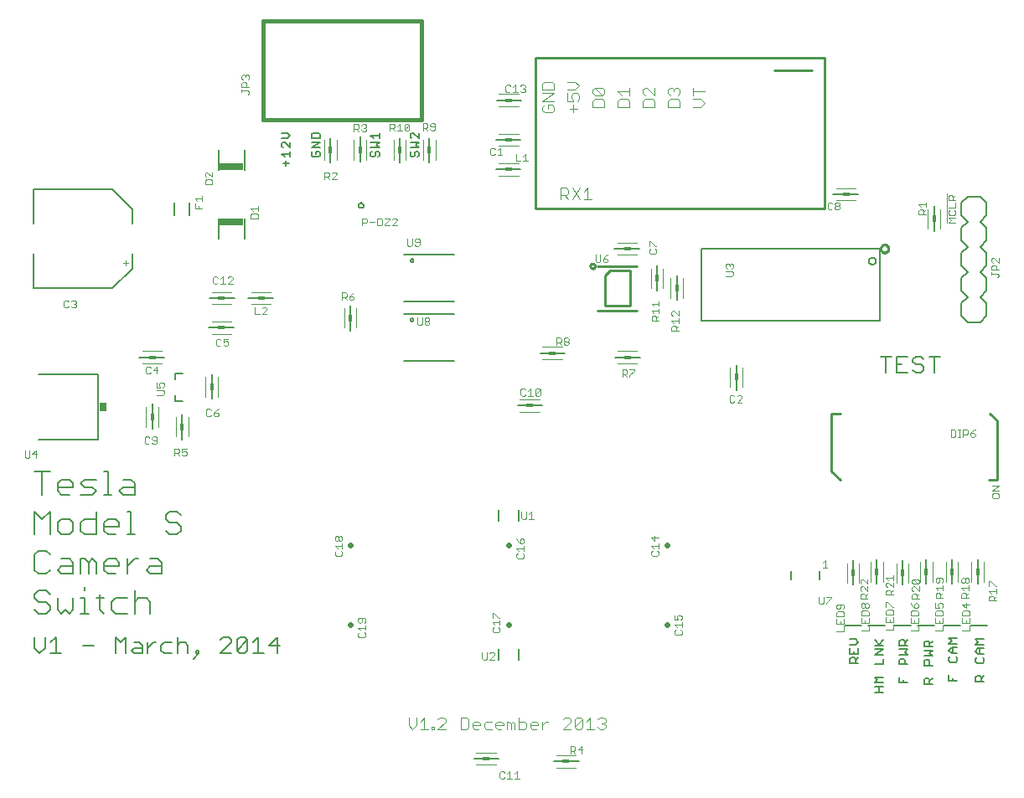
<source format=gto>
G75*
%MOIN*%
%OFA0B0*%
%FSLAX24Y24*%
%IPPOS*%
%LPD*%
%AMOC8*
5,1,8,0,0,1.08239X$1,22.5*
%
%ADD10C,0.0080*%
%ADD11C,0.0040*%
%ADD12C,0.0100*%
%ADD13C,0.0030*%
%ADD14C,0.0060*%
%ADD15C,0.0050*%
%ADD16C,0.0028*%
%ADD17R,0.0118X0.0276*%
%ADD18R,0.0276X0.0118*%
%ADD19R,0.0965X0.0266*%
%ADD20C,0.0160*%
%ADD21C,0.0220*%
%ADD22R,0.0300X0.0340*%
D10*
X003897Y009649D02*
X003743Y009802D01*
X003897Y009649D02*
X004204Y009649D01*
X004357Y009802D01*
X004357Y009956D01*
X004204Y010109D01*
X003897Y010109D01*
X003743Y010263D01*
X003743Y010416D01*
X003897Y010570D01*
X004204Y010570D01*
X004357Y010416D01*
X004664Y010263D02*
X004664Y009802D01*
X004818Y009649D01*
X004971Y009802D01*
X005124Y009649D01*
X005278Y009802D01*
X005278Y010263D01*
X005585Y010263D02*
X005738Y010263D01*
X005738Y009649D01*
X005585Y009649D02*
X005892Y009649D01*
X006352Y009802D02*
X006506Y009649D01*
X006352Y009802D02*
X006352Y010416D01*
X006199Y010263D02*
X006506Y010263D01*
X006813Y010109D02*
X006813Y009802D01*
X006966Y009649D01*
X007426Y009649D01*
X007733Y009649D02*
X007733Y010570D01*
X007887Y010263D02*
X008194Y010263D01*
X008347Y010109D01*
X008347Y009649D01*
X007733Y010109D02*
X007887Y010263D01*
X007426Y010263D02*
X006966Y010263D01*
X006813Y010109D01*
X005738Y010570D02*
X005738Y010723D01*
X005585Y011224D02*
X005585Y011837D01*
X005738Y011837D01*
X005892Y011684D01*
X006045Y011837D01*
X006199Y011684D01*
X006199Y011224D01*
X005892Y011224D02*
X005892Y011684D01*
X006506Y011684D02*
X006506Y011377D01*
X006659Y011224D01*
X006966Y011224D01*
X007120Y011531D02*
X006506Y011531D01*
X006506Y011684D02*
X006659Y011837D01*
X006966Y011837D01*
X007120Y011684D01*
X007120Y011531D01*
X007426Y011531D02*
X007733Y011837D01*
X007887Y011837D01*
X008347Y011837D02*
X008654Y011837D01*
X008808Y011684D01*
X008808Y011224D01*
X008347Y011224D01*
X008194Y011377D01*
X008347Y011531D01*
X008808Y011531D01*
X009115Y012798D02*
X008961Y012952D01*
X009115Y012798D02*
X009421Y012798D01*
X009575Y012952D01*
X009575Y013105D01*
X009421Y013259D01*
X009115Y013259D01*
X008961Y013412D01*
X008961Y013566D01*
X009115Y013719D01*
X009421Y013719D01*
X009575Y013566D01*
X007733Y012798D02*
X007426Y012798D01*
X007580Y012798D02*
X007580Y013719D01*
X007426Y013719D01*
X007120Y013259D02*
X006966Y013412D01*
X006659Y013412D01*
X006506Y013259D01*
X006506Y012952D01*
X006659Y012798D01*
X006966Y012798D01*
X007120Y013105D02*
X006506Y013105D01*
X006199Y012798D02*
X005738Y012798D01*
X005585Y012952D01*
X005585Y013259D01*
X005738Y013412D01*
X006199Y013412D01*
X006199Y013719D02*
X006199Y012798D01*
X005278Y012952D02*
X005278Y013259D01*
X005124Y013412D01*
X004818Y013412D01*
X004664Y013259D01*
X004664Y012952D01*
X004818Y012798D01*
X005124Y012798D01*
X005278Y012952D01*
X004357Y012798D02*
X004357Y013719D01*
X004050Y013412D01*
X003743Y013719D01*
X003743Y012798D01*
X003897Y012144D02*
X003743Y011991D01*
X003743Y011377D01*
X003897Y011224D01*
X004204Y011224D01*
X004357Y011377D01*
X004664Y011377D02*
X004818Y011531D01*
X005278Y011531D01*
X005278Y011684D02*
X005278Y011224D01*
X004818Y011224D01*
X004664Y011377D01*
X005124Y011837D02*
X005278Y011684D01*
X005124Y011837D02*
X004818Y011837D01*
X004357Y011991D02*
X004204Y012144D01*
X003897Y012144D01*
X004050Y014373D02*
X004050Y015294D01*
X003743Y015294D02*
X004357Y015294D01*
X004664Y014834D02*
X004818Y014987D01*
X005124Y014987D01*
X005278Y014834D01*
X005278Y014680D01*
X004664Y014680D01*
X004664Y014527D02*
X004664Y014834D01*
X004664Y014527D02*
X004818Y014373D01*
X005124Y014373D01*
X005585Y014373D02*
X006045Y014373D01*
X006199Y014527D01*
X006045Y014680D01*
X005738Y014680D01*
X005585Y014834D01*
X005738Y014987D01*
X006199Y014987D01*
X006506Y015294D02*
X006659Y015294D01*
X006659Y014373D01*
X006506Y014373D02*
X006813Y014373D01*
X007120Y014527D02*
X007273Y014680D01*
X007733Y014680D01*
X007733Y014834D02*
X007733Y014373D01*
X007273Y014373D01*
X007120Y014527D01*
X007273Y014987D02*
X007580Y014987D01*
X007733Y014834D01*
X007120Y013259D02*
X007120Y013105D01*
X007426Y011837D02*
X007426Y011224D01*
X006278Y016586D02*
X003918Y016587D01*
X006278Y016586D02*
X006278Y019167D01*
X003918Y019167D01*
X009333Y019215D02*
X009648Y019215D01*
X009333Y019215D02*
X009333Y018979D01*
X009333Y018349D02*
X009333Y018113D01*
X009648Y018113D01*
X011066Y024560D02*
X011066Y025371D01*
X012089Y025371D02*
X012089Y024560D01*
X009909Y025501D02*
X009909Y026001D01*
X009309Y026001D02*
X009309Y025501D01*
X011066Y027312D02*
X011066Y028123D01*
X012089Y028123D02*
X012089Y027312D01*
X018704Y023705D02*
X018706Y023720D01*
X018712Y023733D01*
X018721Y023745D01*
X018732Y023754D01*
X018746Y023760D01*
X018761Y023762D01*
X018776Y023760D01*
X018789Y023754D01*
X018801Y023745D01*
X018810Y023734D01*
X018816Y023720D01*
X018818Y023705D01*
X018816Y023690D01*
X018810Y023677D01*
X018801Y023665D01*
X018790Y023656D01*
X018776Y023650D01*
X018761Y023648D01*
X018746Y023650D01*
X018733Y023656D01*
X018721Y023665D01*
X018712Y023676D01*
X018706Y023690D01*
X018704Y023705D01*
X018704Y021342D02*
X018706Y021357D01*
X018712Y021370D01*
X018721Y021382D01*
X018732Y021391D01*
X018746Y021397D01*
X018761Y021399D01*
X018776Y021397D01*
X018789Y021391D01*
X018801Y021382D01*
X018810Y021371D01*
X018816Y021357D01*
X018818Y021342D01*
X018816Y021327D01*
X018810Y021314D01*
X018801Y021302D01*
X018790Y021293D01*
X018776Y021287D01*
X018761Y021285D01*
X018746Y021287D01*
X018733Y021293D01*
X018721Y021302D01*
X018712Y021313D01*
X018706Y021327D01*
X018704Y021342D01*
X030278Y021321D02*
X037365Y021321D01*
X037365Y024176D01*
X030278Y024176D01*
X030278Y021321D01*
X036930Y023684D02*
X036932Y023707D01*
X036938Y023729D01*
X036947Y023750D01*
X036959Y023769D01*
X036975Y023786D01*
X036993Y023800D01*
X037013Y023811D01*
X037035Y023819D01*
X037058Y023823D01*
X037080Y023823D01*
X037103Y023819D01*
X037125Y023811D01*
X037145Y023800D01*
X037163Y023786D01*
X037179Y023769D01*
X037191Y023750D01*
X037200Y023729D01*
X037206Y023707D01*
X037208Y023684D01*
X037206Y023661D01*
X037200Y023639D01*
X037191Y023618D01*
X037179Y023599D01*
X037163Y023582D01*
X037145Y023568D01*
X037125Y023557D01*
X037103Y023549D01*
X037080Y023545D01*
X037058Y023545D01*
X037035Y023549D01*
X037013Y023557D01*
X036993Y023568D01*
X036975Y023582D01*
X036959Y023599D01*
X036947Y023618D01*
X036938Y023639D01*
X036932Y023661D01*
X036930Y023684D01*
X037364Y023137D02*
X037364Y021328D01*
X040605Y021501D02*
X040605Y022001D01*
X040855Y022251D01*
X040605Y022501D01*
X040605Y023001D01*
X040855Y023251D01*
X040605Y023501D01*
X040605Y024001D01*
X040855Y024251D01*
X040605Y024501D01*
X040605Y025001D01*
X040855Y025251D01*
X040605Y025501D01*
X040605Y026001D01*
X040855Y026251D01*
X041355Y026251D01*
X041605Y026001D01*
X041605Y025501D01*
X041355Y025251D01*
X041605Y025001D01*
X041605Y024501D01*
X041355Y024251D01*
X041605Y024001D01*
X041605Y023501D01*
X041355Y023251D01*
X041605Y023001D01*
X041605Y022501D01*
X041355Y022251D01*
X041605Y022001D01*
X041605Y021501D01*
X041355Y021251D01*
X040855Y021251D01*
X040605Y021501D01*
X034972Y011353D02*
X034972Y011015D01*
X033852Y011015D02*
X033852Y011353D01*
D11*
X026458Y005432D02*
X026381Y005509D01*
X026227Y005509D01*
X026151Y005432D01*
X026304Y005278D02*
X026381Y005278D01*
X026458Y005202D01*
X026458Y005125D01*
X026381Y005048D01*
X026227Y005048D01*
X026151Y005125D01*
X025997Y005048D02*
X025690Y005048D01*
X025844Y005048D02*
X025844Y005509D01*
X025690Y005355D01*
X025537Y005432D02*
X025230Y005125D01*
X025307Y005048D01*
X025460Y005048D01*
X025537Y005125D01*
X025537Y005432D01*
X025460Y005509D01*
X025307Y005509D01*
X025230Y005432D01*
X025230Y005125D01*
X025076Y005048D02*
X024769Y005048D01*
X025076Y005355D01*
X025076Y005432D01*
X025000Y005509D01*
X024846Y005509D01*
X024769Y005432D01*
X024156Y005355D02*
X024079Y005355D01*
X023925Y005202D01*
X023925Y005355D02*
X023925Y005048D01*
X023772Y005202D02*
X023465Y005202D01*
X023465Y005278D02*
X023542Y005355D01*
X023695Y005355D01*
X023772Y005278D01*
X023772Y005202D01*
X023695Y005048D02*
X023542Y005048D01*
X023465Y005125D01*
X023465Y005278D01*
X023312Y005278D02*
X023235Y005355D01*
X023005Y005355D01*
X023005Y005509D02*
X023005Y005048D01*
X023235Y005048D01*
X023312Y005125D01*
X023312Y005278D01*
X022851Y005278D02*
X022851Y005048D01*
X022698Y005048D02*
X022698Y005278D01*
X022774Y005355D01*
X022851Y005278D01*
X022698Y005278D02*
X022621Y005355D01*
X022544Y005355D01*
X022544Y005048D01*
X022391Y005202D02*
X022084Y005202D01*
X022084Y005278D02*
X022161Y005355D01*
X022314Y005355D01*
X022391Y005278D01*
X022391Y005202D01*
X022314Y005048D02*
X022161Y005048D01*
X022084Y005125D01*
X022084Y005278D01*
X021930Y005355D02*
X021700Y005355D01*
X021623Y005278D01*
X021623Y005125D01*
X021700Y005048D01*
X021930Y005048D01*
X021470Y005202D02*
X021163Y005202D01*
X021163Y005278D02*
X021240Y005355D01*
X021393Y005355D01*
X021470Y005278D01*
X021470Y005202D01*
X021393Y005048D02*
X021240Y005048D01*
X021163Y005125D01*
X021163Y005278D01*
X021010Y005125D02*
X020933Y005048D01*
X020703Y005048D01*
X020703Y005509D01*
X020933Y005509D01*
X021010Y005432D01*
X021010Y005125D01*
X020089Y005048D02*
X019782Y005048D01*
X020089Y005355D01*
X020089Y005432D01*
X020012Y005509D01*
X019859Y005509D01*
X019782Y005432D01*
X019628Y005125D02*
X019628Y005048D01*
X019552Y005048D01*
X019552Y005125D01*
X019628Y005125D01*
X019398Y005048D02*
X019091Y005048D01*
X019245Y005048D02*
X019245Y005509D01*
X019091Y005355D01*
X018938Y005202D02*
X018938Y005509D01*
X018631Y005509D02*
X018631Y005202D01*
X018784Y005048D01*
X018938Y005202D01*
X026381Y005278D02*
X026458Y005355D01*
X026458Y005432D01*
X025902Y026139D02*
X025595Y026139D01*
X025442Y026139D02*
X025135Y026599D01*
X024981Y026522D02*
X024981Y026369D01*
X024905Y026292D01*
X024674Y026292D01*
X024674Y026139D02*
X024674Y026599D01*
X024905Y026599D01*
X024981Y026522D01*
X024828Y026292D02*
X024981Y026139D01*
X025135Y026139D02*
X025442Y026599D01*
X025595Y026446D02*
X025749Y026599D01*
X025749Y026139D01*
X025176Y029592D02*
X025176Y029899D01*
X025176Y030052D02*
X025099Y030206D01*
X025099Y030282D01*
X025176Y030359D01*
X025329Y030359D01*
X025406Y030282D01*
X025406Y030129D01*
X025329Y030052D01*
X025176Y030052D02*
X024945Y030052D01*
X024945Y030359D01*
X024945Y030513D02*
X025252Y030513D01*
X025406Y030666D01*
X025252Y030819D01*
X024945Y030819D01*
X024406Y030743D02*
X024329Y030819D01*
X024022Y030819D01*
X023945Y030743D01*
X023945Y030513D01*
X024406Y030513D01*
X024406Y030743D01*
X024406Y030359D02*
X023945Y030359D01*
X023945Y030052D02*
X024406Y030359D01*
X024406Y030052D02*
X023945Y030052D01*
X024022Y029899D02*
X023945Y029822D01*
X023945Y029669D01*
X024022Y029592D01*
X024329Y029592D01*
X024406Y029669D01*
X024406Y029822D01*
X024329Y029899D01*
X024176Y029899D01*
X024176Y029745D01*
X025022Y029745D02*
X025329Y029745D01*
X025945Y029822D02*
X025945Y030052D01*
X026022Y030129D01*
X026329Y030129D01*
X026406Y030052D01*
X026406Y029822D01*
X025945Y029822D01*
X026022Y030282D02*
X025945Y030359D01*
X025945Y030513D01*
X026022Y030589D01*
X026329Y030282D01*
X026406Y030359D01*
X026406Y030513D01*
X026329Y030589D01*
X026022Y030589D01*
X026022Y030282D02*
X026329Y030282D01*
X026945Y030436D02*
X027099Y030282D01*
X027022Y030129D02*
X026945Y030052D01*
X026945Y029822D01*
X027406Y029822D01*
X027406Y030052D01*
X027329Y030129D01*
X027022Y030129D01*
X026945Y030436D02*
X027406Y030436D01*
X027406Y030589D02*
X027406Y030282D01*
X027945Y030359D02*
X027945Y030513D01*
X028022Y030589D01*
X028099Y030589D01*
X028406Y030282D01*
X028406Y030589D01*
X028329Y030129D02*
X028022Y030129D01*
X027945Y030052D01*
X027945Y029822D01*
X028406Y029822D01*
X028406Y030052D01*
X028329Y030129D01*
X028022Y030282D02*
X027945Y030359D01*
X028945Y030359D02*
X028945Y030513D01*
X029022Y030589D01*
X029099Y030589D01*
X029176Y030513D01*
X029252Y030589D01*
X029329Y030589D01*
X029406Y030513D01*
X029406Y030359D01*
X029329Y030282D01*
X029329Y030129D02*
X029022Y030129D01*
X028945Y030052D01*
X028945Y029822D01*
X029406Y029822D01*
X029406Y030052D01*
X029329Y030129D01*
X029176Y030436D02*
X029176Y030513D01*
X029022Y030282D02*
X028945Y030359D01*
X029945Y030282D02*
X029945Y030589D01*
X029945Y030436D02*
X030406Y030436D01*
X030252Y030129D02*
X029945Y030129D01*
X029945Y029822D02*
X030252Y029822D01*
X030406Y029975D01*
X030252Y030129D01*
D12*
X033176Y031262D02*
X034676Y031262D01*
X035176Y031762D02*
X023676Y031762D01*
X023676Y025762D01*
X035176Y025762D01*
X035176Y031762D01*
X037405Y024176D02*
X037407Y024201D01*
X037413Y024225D01*
X037422Y024247D01*
X037435Y024268D01*
X037451Y024287D01*
X037470Y024303D01*
X037491Y024316D01*
X037513Y024325D01*
X037537Y024331D01*
X037562Y024333D01*
X037587Y024331D01*
X037611Y024325D01*
X037633Y024316D01*
X037654Y024303D01*
X037673Y024287D01*
X037689Y024268D01*
X037702Y024247D01*
X037711Y024225D01*
X037717Y024201D01*
X037719Y024176D01*
X037717Y024151D01*
X037711Y024127D01*
X037702Y024105D01*
X037689Y024084D01*
X037673Y024065D01*
X037654Y024049D01*
X037633Y024036D01*
X037611Y024027D01*
X037587Y024021D01*
X037562Y024019D01*
X037537Y024021D01*
X037513Y024027D01*
X037491Y024036D01*
X037470Y024049D01*
X037451Y024065D01*
X037435Y024084D01*
X037422Y024105D01*
X037413Y024127D01*
X037407Y024151D01*
X037405Y024176D01*
X035790Y017621D02*
X035451Y017621D01*
X035451Y015321D01*
X035790Y014983D01*
X041695Y014983D02*
X042034Y014983D01*
X042034Y017329D01*
X041743Y017621D01*
X027719Y021715D02*
X026144Y021715D01*
X026440Y021912D02*
X026440Y023093D01*
X026636Y023290D01*
X027424Y023290D01*
X027424Y021912D01*
X026440Y021912D01*
X026144Y023487D02*
X027719Y023487D01*
X025849Y023487D02*
X025851Y023506D01*
X025856Y023525D01*
X025866Y023541D01*
X025878Y023556D01*
X025893Y023568D01*
X025909Y023578D01*
X025928Y023583D01*
X025947Y023585D01*
X025966Y023583D01*
X025985Y023578D01*
X026001Y023568D01*
X026016Y023556D01*
X026028Y023541D01*
X026038Y023525D01*
X026043Y023506D01*
X026045Y023487D01*
X026043Y023468D01*
X026038Y023449D01*
X026028Y023433D01*
X026016Y023418D01*
X026001Y023406D01*
X025985Y023396D01*
X025966Y023391D01*
X025947Y023389D01*
X025928Y023391D01*
X025909Y023396D01*
X025893Y023406D01*
X025878Y023418D01*
X025866Y023433D01*
X025856Y023449D01*
X025851Y023468D01*
X025849Y023487D01*
D13*
X026061Y023688D02*
X026109Y023640D01*
X026206Y023640D01*
X026254Y023688D01*
X026254Y023930D01*
X026355Y023785D02*
X026501Y023785D01*
X026549Y023736D01*
X026549Y023688D01*
X026501Y023640D01*
X026404Y023640D01*
X026355Y023688D01*
X026355Y023785D01*
X026452Y023881D01*
X026549Y023930D01*
X026061Y023930D02*
X026061Y023688D01*
X028196Y024021D02*
X028245Y023972D01*
X028438Y023972D01*
X028487Y024021D01*
X028487Y024117D01*
X028438Y024166D01*
X028438Y024267D02*
X028487Y024267D01*
X028438Y024267D02*
X028245Y024460D01*
X028196Y024460D01*
X028196Y024267D01*
X028245Y024166D02*
X028196Y024117D01*
X028196Y024021D01*
X028580Y022084D02*
X028580Y021890D01*
X028580Y021987D02*
X028290Y021987D01*
X028387Y021890D01*
X028580Y021789D02*
X028580Y021596D01*
X028580Y021692D02*
X028290Y021692D01*
X028387Y021596D01*
X028435Y021494D02*
X028483Y021446D01*
X028483Y021301D01*
X028483Y021398D02*
X028580Y021494D01*
X028435Y021494D02*
X028338Y021494D01*
X028290Y021446D01*
X028290Y021301D01*
X028580Y021301D01*
X029077Y021299D02*
X029368Y021299D01*
X029368Y021395D02*
X029368Y021202D01*
X029368Y021101D02*
X029271Y021004D01*
X029271Y021052D02*
X029271Y020907D01*
X029368Y020907D02*
X029077Y020907D01*
X029077Y021052D01*
X029126Y021101D01*
X029222Y021101D01*
X029271Y021052D01*
X029174Y021202D02*
X029077Y021299D01*
X029126Y021496D02*
X029077Y021545D01*
X029077Y021642D01*
X029126Y021690D01*
X029174Y021690D01*
X029368Y021496D01*
X029368Y021690D01*
X031245Y023084D02*
X031486Y023084D01*
X031535Y023133D01*
X031535Y023230D01*
X031486Y023278D01*
X031245Y023278D01*
X031293Y023379D02*
X031245Y023427D01*
X031245Y023524D01*
X031293Y023573D01*
X031341Y023573D01*
X031390Y023524D01*
X031438Y023573D01*
X031486Y023573D01*
X031535Y023524D01*
X031535Y023427D01*
X031486Y023379D01*
X031390Y023476D02*
X031390Y023524D01*
X035291Y025779D02*
X035340Y025731D01*
X035436Y025731D01*
X035485Y025779D01*
X035586Y025779D02*
X035586Y025828D01*
X035634Y025876D01*
X035731Y025876D01*
X035779Y025828D01*
X035779Y025779D01*
X035731Y025731D01*
X035634Y025731D01*
X035586Y025779D01*
X035634Y025876D02*
X035586Y025925D01*
X035586Y025973D01*
X035634Y026021D01*
X035731Y026021D01*
X035779Y025973D01*
X035779Y025925D01*
X035731Y025876D01*
X035485Y025973D02*
X035436Y026021D01*
X035340Y026021D01*
X035291Y025973D01*
X035291Y025779D01*
X038920Y025678D02*
X038920Y025533D01*
X039210Y025533D01*
X039113Y025533D02*
X039113Y025678D01*
X039065Y025726D01*
X038968Y025726D01*
X038920Y025678D01*
X039017Y025827D02*
X038920Y025924D01*
X039210Y025924D01*
X039210Y025827D02*
X039210Y026021D01*
X039210Y025726D02*
X039113Y025629D01*
X040091Y025654D02*
X040091Y025557D01*
X040139Y025509D01*
X040333Y025509D01*
X040381Y025557D01*
X040381Y025654D01*
X040333Y025703D01*
X040381Y025804D02*
X040381Y025997D01*
X040381Y026098D02*
X040091Y026098D01*
X040091Y026243D01*
X040139Y026292D01*
X040236Y026292D01*
X040284Y026243D01*
X040284Y026098D01*
X040284Y026195D02*
X040381Y026292D01*
X040031Y026378D02*
X040031Y025199D01*
X040091Y025214D02*
X040188Y025311D01*
X040091Y025408D01*
X040381Y025408D01*
X040381Y025214D02*
X040091Y025214D01*
X040091Y025654D02*
X040139Y025703D01*
X040091Y025804D02*
X040381Y025804D01*
X041860Y023814D02*
X041812Y023765D01*
X041812Y023669D01*
X041860Y023620D01*
X041860Y023519D02*
X041957Y023519D01*
X042005Y023471D01*
X042005Y023325D01*
X042102Y023325D02*
X041812Y023325D01*
X041812Y023471D01*
X041860Y023519D01*
X042102Y023620D02*
X041909Y023814D01*
X041860Y023814D01*
X042102Y023814D02*
X042102Y023620D01*
X042054Y023176D02*
X041812Y023176D01*
X041812Y023128D02*
X041812Y023224D01*
X042054Y023176D02*
X042102Y023128D01*
X042102Y023079D01*
X042054Y023031D01*
X041168Y016972D02*
X041072Y016924D01*
X040975Y016827D01*
X041120Y016827D01*
X041168Y016779D01*
X041168Y016730D01*
X041120Y016682D01*
X041023Y016682D01*
X040975Y016730D01*
X040975Y016827D01*
X040874Y016827D02*
X040825Y016779D01*
X040680Y016779D01*
X040680Y016682D02*
X040680Y016972D01*
X040825Y016972D01*
X040874Y016924D01*
X040874Y016827D01*
X040580Y016972D02*
X040484Y016972D01*
X040532Y016972D02*
X040532Y016682D01*
X040484Y016682D02*
X040580Y016682D01*
X040383Y016730D02*
X040383Y016924D01*
X040334Y016972D01*
X040189Y016972D01*
X040189Y016682D01*
X040334Y016682D01*
X040383Y016730D01*
X041822Y014727D02*
X042113Y014727D01*
X041822Y014534D01*
X042113Y014534D01*
X042064Y014433D02*
X041871Y014433D01*
X041822Y014384D01*
X041822Y014288D01*
X041871Y014239D01*
X042064Y014239D01*
X042113Y014288D01*
X042113Y014384D01*
X042064Y014433D01*
X037911Y011178D02*
X037911Y010985D01*
X037911Y011081D02*
X037621Y011081D01*
X037717Y010985D01*
X037717Y010884D02*
X037669Y010884D01*
X037621Y010835D01*
X037621Y010738D01*
X037669Y010690D01*
X037669Y010589D02*
X037766Y010589D01*
X037814Y010540D01*
X037814Y010395D01*
X037911Y010395D02*
X037621Y010395D01*
X037621Y010540D01*
X037669Y010589D01*
X037814Y010492D02*
X037911Y010589D01*
X037911Y010690D02*
X037717Y010884D01*
X037911Y010884D02*
X037911Y010690D01*
X037667Y010098D02*
X037618Y010098D01*
X037618Y009905D01*
X037667Y009804D02*
X037618Y009755D01*
X037618Y009610D01*
X037908Y009610D01*
X037908Y009755D01*
X037860Y009804D01*
X037667Y009804D01*
X037860Y009905D02*
X037908Y009905D01*
X037860Y009905D02*
X037667Y010098D01*
X037618Y009509D02*
X037618Y009315D01*
X037908Y009315D01*
X037908Y009509D01*
X037763Y009412D02*
X037763Y009315D01*
X037908Y009214D02*
X037908Y009021D01*
X037618Y009021D01*
X036924Y008981D02*
X036924Y009175D01*
X036924Y009276D02*
X036924Y009470D01*
X036924Y009571D02*
X036924Y009716D01*
X036876Y009764D01*
X036682Y009764D01*
X036634Y009716D01*
X036634Y009571D01*
X036924Y009571D01*
X036779Y009373D02*
X036779Y009276D01*
X036634Y009276D02*
X036924Y009276D01*
X036634Y009276D02*
X036634Y009470D01*
X036682Y009865D02*
X036731Y009865D01*
X036779Y009914D01*
X036779Y010011D01*
X036827Y010059D01*
X036876Y010059D01*
X036924Y010011D01*
X036924Y009914D01*
X036876Y009865D01*
X036827Y009865D01*
X036779Y009914D01*
X036779Y010011D02*
X036731Y010059D01*
X036682Y010059D01*
X036634Y010011D01*
X036634Y009914D01*
X036682Y009865D01*
X036597Y010238D02*
X036597Y010383D01*
X036645Y010431D01*
X036742Y010431D01*
X036790Y010383D01*
X036790Y010238D01*
X036790Y010335D02*
X036887Y010431D01*
X036887Y010533D02*
X036694Y010726D01*
X036645Y010726D01*
X036597Y010678D01*
X036597Y010581D01*
X036645Y010533D01*
X036887Y010533D02*
X036887Y010726D01*
X036887Y010827D02*
X036694Y011021D01*
X036645Y011021D01*
X036597Y010972D01*
X036597Y010876D01*
X036645Y010827D01*
X036887Y010827D02*
X036887Y011021D01*
X036887Y010238D02*
X036597Y010238D01*
X035940Y009971D02*
X035892Y010020D01*
X035698Y010020D01*
X035650Y009971D01*
X035650Y009874D01*
X035698Y009826D01*
X035746Y009826D01*
X035795Y009874D01*
X035795Y010020D01*
X035940Y009971D02*
X035940Y009874D01*
X035892Y009826D01*
X035892Y009725D02*
X035698Y009725D01*
X035650Y009676D01*
X035650Y009531D01*
X035940Y009531D01*
X035940Y009676D01*
X035892Y009725D01*
X035940Y009430D02*
X035940Y009237D01*
X035650Y009237D01*
X035650Y009430D01*
X035795Y009333D02*
X035795Y009237D01*
X035940Y009136D02*
X035940Y008942D01*
X035650Y008942D01*
X036634Y008981D02*
X036924Y008981D01*
X038602Y008981D02*
X038893Y008981D01*
X038893Y009175D01*
X038893Y009276D02*
X038893Y009470D01*
X038893Y009571D02*
X038893Y009716D01*
X038844Y009764D01*
X038651Y009764D01*
X038602Y009716D01*
X038602Y009571D01*
X038893Y009571D01*
X038748Y009373D02*
X038748Y009276D01*
X038893Y009276D02*
X038602Y009276D01*
X038602Y009470D01*
X038748Y009865D02*
X038748Y010011D01*
X038796Y010059D01*
X038844Y010059D01*
X038893Y010011D01*
X038893Y009914D01*
X038844Y009865D01*
X038748Y009865D01*
X038651Y009962D01*
X038602Y010059D01*
X038644Y010238D02*
X038644Y010383D01*
X038693Y010431D01*
X038789Y010431D01*
X038838Y010383D01*
X038838Y010238D01*
X038934Y010238D02*
X038644Y010238D01*
X038838Y010335D02*
X038934Y010431D01*
X038934Y010533D02*
X038741Y010726D01*
X038693Y010726D01*
X038644Y010678D01*
X038644Y010581D01*
X038693Y010533D01*
X038934Y010533D02*
X038934Y010726D01*
X038886Y010827D02*
X038693Y011021D01*
X038886Y011021D01*
X038934Y010972D01*
X038934Y010876D01*
X038886Y010827D01*
X038693Y010827D01*
X038644Y010876D01*
X038644Y010972D01*
X038693Y011021D01*
X039589Y011012D02*
X039589Y010915D01*
X039637Y010867D01*
X039686Y010867D01*
X039734Y010915D01*
X039734Y011060D01*
X039637Y011060D02*
X039589Y011012D01*
X039637Y011060D02*
X039831Y011060D01*
X039879Y011012D01*
X039879Y010915D01*
X039831Y010867D01*
X039879Y010765D02*
X039879Y010572D01*
X039879Y010669D02*
X039589Y010669D01*
X039686Y010572D01*
X039734Y010471D02*
X039783Y010422D01*
X039783Y010277D01*
X039879Y010277D02*
X039589Y010277D01*
X039589Y010422D01*
X039637Y010471D01*
X039734Y010471D01*
X039783Y010374D02*
X039879Y010471D01*
X039829Y010059D02*
X039877Y010011D01*
X039877Y009914D01*
X039829Y009865D01*
X039732Y009865D02*
X039683Y009962D01*
X039683Y010011D01*
X039732Y010059D01*
X039829Y010059D01*
X039732Y009865D02*
X039587Y009865D01*
X039587Y010059D01*
X039635Y009764D02*
X039587Y009716D01*
X039587Y009571D01*
X039877Y009571D01*
X039877Y009716D01*
X039829Y009764D01*
X039635Y009764D01*
X039587Y009470D02*
X039587Y009276D01*
X039877Y009276D01*
X039877Y009470D01*
X039732Y009373D02*
X039732Y009276D01*
X039877Y009175D02*
X039877Y008981D01*
X039587Y008981D01*
X040650Y008981D02*
X040940Y008981D01*
X040940Y009175D01*
X040940Y009276D02*
X040940Y009470D01*
X040940Y009571D02*
X040940Y009716D01*
X040892Y009764D01*
X040698Y009764D01*
X040650Y009716D01*
X040650Y009571D01*
X040940Y009571D01*
X040795Y009373D02*
X040795Y009276D01*
X040650Y009276D02*
X040940Y009276D01*
X040650Y009276D02*
X040650Y009470D01*
X040795Y009865D02*
X040650Y010011D01*
X040940Y010011D01*
X040795Y010059D02*
X040795Y009865D01*
X040806Y010277D02*
X040806Y010422D01*
X040758Y010471D01*
X040661Y010471D01*
X040613Y010422D01*
X040613Y010277D01*
X040903Y010277D01*
X040806Y010374D02*
X040903Y010471D01*
X040903Y010572D02*
X040903Y010765D01*
X040903Y010669D02*
X040613Y010669D01*
X040709Y010572D01*
X040709Y010867D02*
X040661Y010867D01*
X040613Y010915D01*
X040613Y011012D01*
X040661Y011060D01*
X040709Y011060D01*
X040758Y011012D01*
X040758Y010915D01*
X040709Y010867D01*
X040758Y010915D02*
X040806Y010867D01*
X040855Y010867D01*
X040903Y010915D01*
X040903Y011012D01*
X040855Y011060D01*
X040806Y011060D01*
X040758Y011012D01*
X041715Y010942D02*
X041715Y010748D01*
X041715Y010942D02*
X041763Y010942D01*
X041957Y010748D01*
X042005Y010748D01*
X042005Y010647D02*
X042005Y010454D01*
X042005Y010551D02*
X041715Y010551D01*
X041812Y010454D01*
X041860Y010353D02*
X041909Y010304D01*
X041909Y010159D01*
X042005Y010159D02*
X041715Y010159D01*
X041715Y010304D01*
X041763Y010353D01*
X041860Y010353D01*
X041909Y010256D02*
X042005Y010353D01*
X035426Y010319D02*
X035426Y010270D01*
X035232Y010077D01*
X035232Y010029D01*
X035131Y010077D02*
X035131Y010319D01*
X035232Y010319D02*
X035426Y010319D01*
X035131Y010077D02*
X035083Y010029D01*
X034986Y010029D01*
X034938Y010077D01*
X034938Y010319D01*
X035091Y011469D02*
X035284Y011469D01*
X035188Y011469D02*
X035188Y011759D01*
X035091Y011663D01*
X029491Y009536D02*
X029491Y009439D01*
X029442Y009391D01*
X029346Y009391D02*
X029297Y009487D01*
X029297Y009536D01*
X029346Y009584D01*
X029442Y009584D01*
X029491Y009536D01*
X029346Y009391D02*
X029200Y009391D01*
X029200Y009584D01*
X029200Y009193D02*
X029491Y009193D01*
X029491Y009096D02*
X029491Y009290D01*
X029297Y009096D02*
X029200Y009193D01*
X029249Y008995D02*
X029200Y008947D01*
X029200Y008850D01*
X029249Y008801D01*
X029442Y008801D01*
X029491Y008850D01*
X029491Y008947D01*
X029442Y008995D01*
X028517Y011951D02*
X028565Y011999D01*
X028565Y012096D01*
X028517Y012144D01*
X028565Y012246D02*
X028565Y012439D01*
X028565Y012342D02*
X028275Y012342D01*
X028372Y012246D01*
X028324Y012144D02*
X028275Y012096D01*
X028275Y011999D01*
X028324Y011951D01*
X028517Y011951D01*
X028420Y012540D02*
X028420Y012734D01*
X028275Y012685D02*
X028420Y012540D01*
X028565Y012685D02*
X028275Y012685D01*
X023600Y013411D02*
X023407Y013411D01*
X023503Y013411D02*
X023503Y013701D01*
X023407Y013605D01*
X023306Y013701D02*
X023306Y013460D01*
X023257Y013411D01*
X023160Y013411D01*
X023112Y013460D01*
X023112Y013701D01*
X023109Y012629D02*
X023061Y012580D01*
X023061Y012435D01*
X023158Y012435D01*
X023206Y012483D01*
X023206Y012580D01*
X023158Y012629D01*
X023109Y012629D01*
X022964Y012532D02*
X023061Y012435D01*
X022964Y012532D02*
X022916Y012629D01*
X022916Y012237D02*
X023206Y012237D01*
X023206Y012140D02*
X023206Y012334D01*
X023012Y012140D02*
X022916Y012237D01*
X022964Y012039D02*
X022916Y011991D01*
X022916Y011894D01*
X022964Y011846D01*
X023158Y011846D01*
X023206Y011894D01*
X023206Y011991D01*
X023158Y012039D01*
X022005Y009683D02*
X022198Y009489D01*
X022247Y009489D01*
X022247Y009388D02*
X022247Y009194D01*
X022247Y009291D02*
X021956Y009291D01*
X022053Y009194D01*
X022005Y009093D02*
X021956Y009045D01*
X021956Y008948D01*
X022005Y008900D01*
X022198Y008900D01*
X022247Y008948D01*
X022247Y009045D01*
X022198Y009093D01*
X021956Y009489D02*
X021956Y009683D01*
X022005Y009683D01*
X021990Y008110D02*
X021893Y008110D01*
X021845Y008061D01*
X021744Y008110D02*
X021744Y007868D01*
X021695Y007820D01*
X021599Y007820D01*
X021550Y007868D01*
X021550Y008110D01*
X021845Y007820D02*
X022038Y008013D01*
X022038Y008061D01*
X021990Y008110D01*
X022038Y007820D02*
X021845Y007820D01*
X025060Y004373D02*
X025205Y004373D01*
X025254Y004324D01*
X025254Y004227D01*
X025205Y004179D01*
X025060Y004179D01*
X025060Y004082D02*
X025060Y004373D01*
X025157Y004179D02*
X025254Y004082D01*
X025355Y004227D02*
X025548Y004227D01*
X025500Y004082D02*
X025500Y004373D01*
X025355Y004227D01*
X022932Y003369D02*
X022932Y003078D01*
X022835Y003078D02*
X023029Y003078D01*
X022835Y003272D02*
X022932Y003369D01*
X022637Y003369D02*
X022637Y003078D01*
X022540Y003078D02*
X022734Y003078D01*
X022540Y003272D02*
X022637Y003369D01*
X022439Y003320D02*
X022391Y003369D01*
X022294Y003369D01*
X022246Y003320D01*
X022246Y003127D01*
X022294Y003078D01*
X022391Y003078D01*
X022439Y003127D01*
X016858Y008696D02*
X016907Y008745D01*
X016907Y008841D01*
X016858Y008890D01*
X016907Y008991D02*
X016907Y009184D01*
X016907Y009088D02*
X016616Y009088D01*
X016713Y008991D01*
X016665Y008890D02*
X016616Y008841D01*
X016616Y008745D01*
X016665Y008696D01*
X016858Y008696D01*
X016858Y009285D02*
X016907Y009334D01*
X016907Y009431D01*
X016858Y009479D01*
X016665Y009479D01*
X016616Y009431D01*
X016616Y009334D01*
X016665Y009285D01*
X016713Y009285D01*
X016762Y009334D01*
X016762Y009479D01*
X015938Y011951D02*
X015987Y011999D01*
X015987Y012096D01*
X015938Y012144D01*
X015987Y012246D02*
X015987Y012439D01*
X015987Y012342D02*
X015696Y012342D01*
X015793Y012246D01*
X015745Y012144D02*
X015696Y012096D01*
X015696Y011999D01*
X015745Y011951D01*
X015938Y011951D01*
X015938Y012540D02*
X015890Y012540D01*
X015842Y012589D01*
X015842Y012685D01*
X015890Y012734D01*
X015938Y012734D01*
X015987Y012685D01*
X015987Y012589D01*
X015938Y012540D01*
X015842Y012589D02*
X015793Y012540D01*
X015745Y012540D01*
X015696Y012589D01*
X015696Y012685D01*
X015745Y012734D01*
X015793Y012734D01*
X015842Y012685D01*
X011007Y017503D02*
X011055Y017551D01*
X011055Y017600D01*
X011007Y017648D01*
X010861Y017648D01*
X010861Y017551D01*
X010910Y017503D01*
X011007Y017503D01*
X010861Y017648D02*
X010958Y017745D01*
X011055Y017793D01*
X010760Y017745D02*
X010712Y017793D01*
X010615Y017793D01*
X010567Y017745D01*
X010567Y017551D01*
X010615Y017503D01*
X010712Y017503D01*
X010760Y017551D01*
X009795Y016218D02*
X009602Y016218D01*
X009602Y016073D01*
X009698Y016121D01*
X009747Y016121D01*
X009795Y016073D01*
X009795Y015976D01*
X009747Y015928D01*
X009650Y015928D01*
X009602Y015976D01*
X009500Y015928D02*
X009404Y016025D01*
X009452Y016025D02*
X009307Y016025D01*
X009307Y015928D02*
X009307Y016218D01*
X009452Y016218D01*
X009500Y016170D01*
X009500Y016073D01*
X009452Y016025D01*
X008614Y016449D02*
X008614Y016642D01*
X008566Y016691D01*
X008469Y016691D01*
X008420Y016642D01*
X008420Y016594D01*
X008469Y016546D01*
X008614Y016546D01*
X008614Y016449D02*
X008566Y016400D01*
X008469Y016400D01*
X008420Y016449D01*
X008319Y016449D02*
X008271Y016400D01*
X008174Y016400D01*
X008126Y016449D01*
X008126Y016642D01*
X008174Y016691D01*
X008271Y016691D01*
X008319Y016642D01*
X008604Y018354D02*
X008845Y018354D01*
X008894Y018402D01*
X008894Y018499D01*
X008845Y018547D01*
X008604Y018547D01*
X008604Y018649D02*
X008749Y018649D01*
X008700Y018745D01*
X008700Y018794D01*
X008749Y018842D01*
X008845Y018842D01*
X008894Y018794D01*
X008894Y018697D01*
X008845Y018649D01*
X008604Y018649D02*
X008604Y018842D01*
X008605Y019196D02*
X008605Y019486D01*
X008460Y019341D01*
X008653Y019341D01*
X008359Y019438D02*
X008310Y019486D01*
X008214Y019486D01*
X008165Y019438D01*
X008165Y019244D01*
X008214Y019196D01*
X008310Y019196D01*
X008359Y019244D01*
X010960Y020346D02*
X011009Y020298D01*
X011106Y020298D01*
X011154Y020346D01*
X011255Y020346D02*
X011303Y020298D01*
X011400Y020298D01*
X011449Y020346D01*
X011449Y020443D01*
X011400Y020492D01*
X011352Y020492D01*
X011255Y020443D01*
X011255Y020588D01*
X011449Y020588D01*
X011154Y020540D02*
X011106Y020588D01*
X011009Y020588D01*
X010960Y020540D01*
X010960Y020346D01*
X012496Y021558D02*
X012689Y021558D01*
X012791Y021558D02*
X012984Y021751D01*
X012984Y021800D01*
X012936Y021848D01*
X012839Y021848D01*
X012791Y021800D01*
X012791Y021558D02*
X012984Y021558D01*
X012496Y021558D02*
X012496Y021848D01*
X011625Y022778D02*
X011432Y022778D01*
X011625Y022972D01*
X011625Y023020D01*
X011577Y023069D01*
X011480Y023069D01*
X011432Y023020D01*
X011234Y023069D02*
X011234Y022778D01*
X011330Y022778D02*
X011137Y022778D01*
X011036Y022827D02*
X010987Y022778D01*
X010891Y022778D01*
X010842Y022827D01*
X010842Y023020D01*
X010891Y023069D01*
X010987Y023069D01*
X011036Y023020D01*
X011137Y022972D02*
X011234Y023069D01*
X012342Y025389D02*
X012342Y025534D01*
X012390Y025582D01*
X012584Y025582D01*
X012632Y025534D01*
X012632Y025389D01*
X012342Y025389D01*
X012439Y025683D02*
X012342Y025780D01*
X012632Y025780D01*
X012632Y025683D02*
X012632Y025877D01*
X010812Y026734D02*
X010812Y026879D01*
X010764Y026928D01*
X010570Y026928D01*
X010522Y026879D01*
X010522Y026734D01*
X010812Y026734D01*
X010812Y027029D02*
X010619Y027222D01*
X010570Y027222D01*
X010522Y027174D01*
X010522Y027077D01*
X010570Y027029D01*
X010812Y027029D02*
X010812Y027222D01*
X010414Y026264D02*
X010414Y026071D01*
X010414Y026168D02*
X010124Y026168D01*
X010220Y026071D01*
X010124Y025970D02*
X010124Y025776D01*
X010414Y025776D01*
X010269Y025776D02*
X010269Y025873D01*
X007382Y023695D02*
X007382Y023502D01*
X007285Y023599D02*
X007479Y023599D01*
X005388Y022070D02*
X005388Y022022D01*
X005339Y021974D01*
X005388Y021925D01*
X005388Y021877D01*
X005339Y021829D01*
X005242Y021829D01*
X005194Y021877D01*
X005093Y021877D02*
X005045Y021829D01*
X004948Y021829D01*
X004899Y021877D01*
X004899Y022070D01*
X004948Y022119D01*
X005045Y022119D01*
X005093Y022070D01*
X005194Y022070D02*
X005242Y022119D01*
X005339Y022119D01*
X005388Y022070D01*
X005339Y021974D02*
X005291Y021974D01*
X003796Y016138D02*
X003651Y015993D01*
X003844Y015993D01*
X003796Y015848D02*
X003796Y016138D01*
X003550Y016138D02*
X003550Y015897D01*
X003501Y015848D01*
X003405Y015848D01*
X003356Y015897D01*
X003356Y016138D01*
X015966Y022134D02*
X015966Y022424D01*
X016111Y022424D01*
X016159Y022375D01*
X016159Y022279D01*
X016111Y022230D01*
X015966Y022230D01*
X016062Y022230D02*
X016159Y022134D01*
X016260Y022182D02*
X016309Y022134D01*
X016405Y022134D01*
X016454Y022182D01*
X016454Y022230D01*
X016405Y022279D01*
X016260Y022279D01*
X016260Y022182D01*
X016260Y022279D02*
X016357Y022375D01*
X016454Y022424D01*
X018573Y024333D02*
X018621Y024284D01*
X018718Y024284D01*
X018766Y024333D01*
X018766Y024575D01*
X018867Y024526D02*
X018867Y024478D01*
X018916Y024430D01*
X019061Y024430D01*
X019061Y024526D02*
X019012Y024575D01*
X018916Y024575D01*
X018867Y024526D01*
X018867Y024333D02*
X018916Y024284D01*
X019012Y024284D01*
X019061Y024333D01*
X019061Y024526D01*
X018573Y024575D02*
X018573Y024333D01*
X018159Y025098D02*
X017966Y025098D01*
X018159Y025292D01*
X018159Y025340D01*
X018111Y025388D01*
X018014Y025388D01*
X017966Y025340D01*
X017865Y025340D02*
X017671Y025147D01*
X017671Y025098D01*
X017865Y025098D01*
X017865Y025340D02*
X017865Y025388D01*
X017671Y025388D01*
X017570Y025340D02*
X017522Y025388D01*
X017377Y025388D01*
X017377Y025098D01*
X017522Y025098D01*
X017570Y025147D01*
X017570Y025340D01*
X017275Y025243D02*
X017082Y025243D01*
X016981Y025243D02*
X016981Y025340D01*
X016932Y025388D01*
X016787Y025388D01*
X016787Y025098D01*
X016787Y025195D02*
X016932Y025195D01*
X016981Y025243D01*
X015760Y026932D02*
X015566Y026932D01*
X015760Y027125D01*
X015760Y027174D01*
X015711Y027222D01*
X015614Y027222D01*
X015566Y027174D01*
X015465Y027174D02*
X015465Y027077D01*
X015417Y027029D01*
X015271Y027029D01*
X015271Y026932D02*
X015271Y027222D01*
X015417Y027222D01*
X015465Y027174D01*
X015368Y027029D02*
X015465Y026932D01*
X016453Y028841D02*
X016453Y029132D01*
X016598Y029132D01*
X016646Y029083D01*
X016646Y028986D01*
X016598Y028938D01*
X016453Y028938D01*
X016549Y028938D02*
X016646Y028841D01*
X016747Y028890D02*
X016796Y028841D01*
X016892Y028841D01*
X016941Y028890D01*
X016941Y028938D01*
X016892Y028986D01*
X016844Y028986D01*
X016892Y028986D02*
X016941Y029035D01*
X016941Y029083D01*
X016892Y029132D01*
X016796Y029132D01*
X016747Y029083D01*
X017870Y029151D02*
X017870Y028861D01*
X017870Y028958D02*
X018015Y028958D01*
X018063Y029006D01*
X018063Y029103D01*
X018015Y029151D01*
X017870Y029151D01*
X017967Y028958D02*
X018063Y028861D01*
X018165Y028861D02*
X018358Y028861D01*
X018261Y028861D02*
X018261Y029151D01*
X018165Y029055D01*
X018459Y029103D02*
X018459Y028909D01*
X018653Y029103D01*
X018653Y028909D01*
X018604Y028861D01*
X018508Y028861D01*
X018459Y028909D01*
X018459Y029103D02*
X018508Y029151D01*
X018604Y029151D01*
X018653Y029103D01*
X019189Y029171D02*
X019189Y028881D01*
X019189Y028977D02*
X019334Y028977D01*
X019382Y029026D01*
X019382Y029123D01*
X019334Y029171D01*
X019189Y029171D01*
X019286Y028977D02*
X019382Y028881D01*
X019483Y028929D02*
X019532Y028881D01*
X019629Y028881D01*
X019677Y028929D01*
X019677Y029123D01*
X019629Y029171D01*
X019532Y029171D01*
X019483Y029123D01*
X019483Y029074D01*
X019532Y029026D01*
X019677Y029026D01*
X021866Y028138D02*
X021866Y027945D01*
X021914Y027896D01*
X022011Y027896D01*
X022059Y027945D01*
X022161Y027896D02*
X022354Y027896D01*
X022257Y027896D02*
X022257Y028187D01*
X022161Y028090D01*
X022059Y028138D02*
X022011Y028187D01*
X021914Y028187D01*
X021866Y028138D01*
X022890Y027950D02*
X022890Y027660D01*
X023083Y027660D01*
X023184Y027660D02*
X023378Y027660D01*
X023281Y027660D02*
X023281Y027950D01*
X023184Y027854D01*
X023216Y030401D02*
X023120Y030401D01*
X023071Y030450D01*
X022970Y030401D02*
X022777Y030401D01*
X022873Y030401D02*
X022873Y030692D01*
X022777Y030595D01*
X022675Y030643D02*
X022627Y030692D01*
X022530Y030692D01*
X022482Y030643D01*
X022482Y030450D01*
X022530Y030401D01*
X022627Y030401D01*
X022675Y030450D01*
X023071Y030643D02*
X023120Y030692D01*
X023216Y030692D01*
X023265Y030643D01*
X023265Y030595D01*
X023216Y030546D01*
X023265Y030498D01*
X023265Y030450D01*
X023216Y030401D01*
X023216Y030546D02*
X023168Y030546D01*
X012276Y030609D02*
X011986Y030609D01*
X011986Y030754D01*
X012034Y030803D01*
X012131Y030803D01*
X012179Y030754D01*
X012179Y030609D01*
X012228Y030460D02*
X011986Y030460D01*
X011986Y030508D02*
X011986Y030411D01*
X012228Y030460D02*
X012276Y030411D01*
X012276Y030363D01*
X012228Y030315D01*
X012228Y030904D02*
X012276Y030952D01*
X012276Y031049D01*
X012228Y031097D01*
X012179Y031097D01*
X012131Y031049D01*
X012131Y031001D01*
X012131Y031049D02*
X012083Y031097D01*
X012034Y031097D01*
X011986Y031049D01*
X011986Y030952D01*
X012034Y030904D01*
X018966Y021425D02*
X018966Y021183D01*
X019015Y021135D01*
X019111Y021135D01*
X019160Y021183D01*
X019160Y021425D01*
X019261Y021377D02*
X019261Y021328D01*
X019309Y021280D01*
X019406Y021280D01*
X019454Y021232D01*
X019454Y021183D01*
X019406Y021135D01*
X019309Y021135D01*
X019261Y021183D01*
X019261Y021232D01*
X019309Y021280D01*
X019406Y021280D02*
X019454Y021328D01*
X019454Y021377D01*
X019406Y021425D01*
X019309Y021425D01*
X019261Y021377D01*
X023079Y018562D02*
X023079Y018369D01*
X023127Y018320D01*
X023224Y018320D01*
X023272Y018369D01*
X023374Y018320D02*
X023567Y018320D01*
X023470Y018320D02*
X023470Y018611D01*
X023374Y018514D01*
X023272Y018562D02*
X023224Y018611D01*
X023127Y018611D01*
X023079Y018562D01*
X023668Y018562D02*
X023717Y018611D01*
X023813Y018611D01*
X023862Y018562D01*
X023668Y018369D01*
X023717Y018320D01*
X023813Y018320D01*
X023862Y018369D01*
X023862Y018562D01*
X023668Y018562D02*
X023668Y018369D01*
X024509Y020342D02*
X024509Y020632D01*
X024654Y020632D01*
X024702Y020584D01*
X024702Y020487D01*
X024654Y020439D01*
X024509Y020439D01*
X024606Y020439D02*
X024702Y020342D01*
X024804Y020391D02*
X024804Y020439D01*
X024852Y020487D01*
X024949Y020487D01*
X024997Y020439D01*
X024997Y020391D01*
X024949Y020342D01*
X024852Y020342D01*
X024804Y020391D01*
X024852Y020487D02*
X024804Y020536D01*
X024804Y020584D01*
X024852Y020632D01*
X024949Y020632D01*
X024997Y020584D01*
X024997Y020536D01*
X024949Y020487D01*
X027122Y019368D02*
X027122Y019078D01*
X027122Y019174D02*
X027267Y019174D01*
X027315Y019223D01*
X027315Y019319D01*
X027267Y019368D01*
X027122Y019368D01*
X027219Y019174D02*
X027315Y019078D01*
X027417Y019078D02*
X027417Y019126D01*
X027610Y019319D01*
X027610Y019368D01*
X027417Y019368D01*
X031394Y018296D02*
X031394Y018102D01*
X031442Y018054D01*
X031539Y018054D01*
X031587Y018102D01*
X031688Y018054D02*
X031882Y018247D01*
X031882Y018296D01*
X031833Y018344D01*
X031737Y018344D01*
X031688Y018296D01*
X031587Y018296D02*
X031539Y018344D01*
X031442Y018344D01*
X031394Y018296D01*
X031688Y018054D02*
X031882Y018054D01*
D14*
X004160Y008278D02*
X003947Y008064D01*
X003733Y008278D01*
X003733Y008705D01*
X004160Y008705D02*
X004160Y008278D01*
X004378Y008491D02*
X004591Y008705D01*
X004591Y008064D01*
X004378Y008064D02*
X004805Y008064D01*
X005667Y008384D02*
X006094Y008384D01*
X006956Y008064D02*
X006956Y008705D01*
X007170Y008491D01*
X007383Y008705D01*
X007383Y008064D01*
X007601Y008171D02*
X007707Y008278D01*
X008028Y008278D01*
X008028Y008384D02*
X008028Y008064D01*
X007707Y008064D01*
X007601Y008171D01*
X007707Y008491D02*
X007921Y008491D01*
X008028Y008384D01*
X008245Y008278D02*
X008459Y008491D01*
X008565Y008491D01*
X008782Y008384D02*
X008889Y008491D01*
X009209Y008491D01*
X009427Y008384D02*
X009534Y008491D01*
X009747Y008491D01*
X009854Y008384D01*
X009854Y008064D01*
X010071Y007851D02*
X010285Y008064D01*
X010178Y008064D01*
X010178Y008171D01*
X010285Y008171D01*
X010285Y008064D01*
X009427Y008064D02*
X009427Y008705D01*
X009209Y008064D02*
X008889Y008064D01*
X008782Y008171D01*
X008782Y008384D01*
X008245Y008491D02*
X008245Y008064D01*
X011146Y008064D02*
X011573Y008491D01*
X011573Y008598D01*
X011466Y008705D01*
X011252Y008705D01*
X011146Y008598D01*
X011146Y008064D02*
X011573Y008064D01*
X011790Y008171D02*
X012217Y008598D01*
X012217Y008171D01*
X012110Y008064D01*
X011897Y008064D01*
X011790Y008171D01*
X011790Y008598D01*
X011897Y008705D01*
X012110Y008705D01*
X012217Y008598D01*
X012435Y008491D02*
X012648Y008705D01*
X012648Y008064D01*
X012435Y008064D02*
X012862Y008064D01*
X013079Y008384D02*
X013506Y008384D01*
X013400Y008064D02*
X013400Y008705D01*
X013079Y008384D01*
X018441Y019703D02*
X020451Y019703D01*
X020451Y021562D02*
X018441Y021562D01*
X018441Y022065D02*
X020451Y022065D01*
X020451Y023925D02*
X018441Y023925D01*
X013859Y027570D02*
X013632Y027570D01*
X013746Y027457D02*
X013746Y027684D01*
X013689Y027825D02*
X013576Y027939D01*
X013916Y027939D01*
X013916Y028052D02*
X013916Y027825D01*
X013916Y028194D02*
X013689Y028420D01*
X013632Y028420D01*
X013576Y028364D01*
X013576Y028250D01*
X013632Y028194D01*
X013916Y028194D02*
X013916Y028420D01*
X013802Y028562D02*
X013916Y028675D01*
X013802Y028789D01*
X013576Y028789D01*
X013576Y028562D02*
X013802Y028562D01*
X014757Y028562D02*
X014757Y028732D01*
X014813Y028789D01*
X015040Y028789D01*
X015097Y028732D01*
X015097Y028562D01*
X014757Y028562D01*
X014757Y028420D02*
X015097Y028420D01*
X014757Y028194D01*
X015097Y028194D01*
X015040Y028052D02*
X014927Y028052D01*
X014927Y027939D01*
X015040Y028052D02*
X015097Y027995D01*
X015097Y027882D01*
X015040Y027825D01*
X014813Y027825D01*
X014757Y027882D01*
X014757Y027995D01*
X014813Y028052D01*
X017119Y027995D02*
X017119Y027882D01*
X017176Y027825D01*
X017232Y027825D01*
X017289Y027882D01*
X017289Y027995D01*
X017346Y028052D01*
X017402Y028052D01*
X017459Y027995D01*
X017459Y027882D01*
X017402Y027825D01*
X017176Y028052D02*
X017119Y027995D01*
X017119Y028194D02*
X017459Y028194D01*
X017346Y028307D01*
X017459Y028420D01*
X017119Y028420D01*
X017232Y028562D02*
X017119Y028675D01*
X017459Y028675D01*
X017459Y028562D02*
X017459Y028789D01*
X018694Y028732D02*
X018694Y028619D01*
X018750Y028562D01*
X018694Y028420D02*
X019034Y028420D01*
X018921Y028307D01*
X019034Y028194D01*
X018694Y028194D01*
X018750Y028052D02*
X018694Y027995D01*
X018694Y027882D01*
X018750Y027825D01*
X018807Y027825D01*
X018864Y027882D01*
X018864Y027995D01*
X018921Y028052D01*
X018977Y028052D01*
X019034Y027995D01*
X019034Y027882D01*
X018977Y027825D01*
X019034Y028562D02*
X018807Y028789D01*
X018750Y028789D01*
X018694Y028732D01*
X019034Y028789D02*
X019034Y028562D01*
X037395Y019886D02*
X037822Y019886D01*
X037608Y019886D02*
X037608Y019245D01*
X038039Y019245D02*
X038466Y019245D01*
X038684Y019352D02*
X038791Y019245D01*
X039004Y019245D01*
X039111Y019352D01*
X039111Y019459D01*
X039004Y019565D01*
X038791Y019565D01*
X038684Y019672D01*
X038684Y019779D01*
X038791Y019886D01*
X039004Y019886D01*
X039111Y019779D01*
X039328Y019886D02*
X039755Y019886D01*
X039542Y019886D02*
X039542Y019245D01*
X038466Y019886D02*
X038039Y019886D01*
X038039Y019245D01*
X038039Y019565D02*
X038253Y019565D01*
X037934Y009188D02*
X038606Y009188D01*
X038879Y009188D02*
X039551Y009188D01*
X039903Y009188D02*
X040575Y009188D01*
X040966Y009188D02*
X041638Y009188D01*
X041514Y008631D02*
X041174Y008631D01*
X041287Y008518D01*
X041174Y008404D01*
X041514Y008404D01*
X041514Y008263D02*
X041287Y008263D01*
X041174Y008149D01*
X041287Y008036D01*
X041514Y008036D01*
X041458Y007895D02*
X041514Y007838D01*
X041514Y007724D01*
X041458Y007668D01*
X041231Y007668D01*
X041174Y007724D01*
X041174Y007838D01*
X041231Y007895D01*
X041344Y008036D02*
X041344Y008263D01*
X040451Y008302D02*
X040224Y008302D01*
X040111Y008189D01*
X040224Y008075D01*
X040451Y008075D01*
X040395Y007934D02*
X040451Y007877D01*
X040451Y007764D01*
X040395Y007707D01*
X040168Y007707D01*
X040111Y007764D01*
X040111Y007877D01*
X040168Y007934D01*
X040281Y008075D02*
X040281Y008302D01*
X040111Y008444D02*
X040224Y008557D01*
X040111Y008671D01*
X040451Y008671D01*
X040451Y008444D02*
X040111Y008444D01*
X039467Y008552D02*
X039354Y008439D01*
X039354Y008496D02*
X039354Y008326D01*
X039467Y008326D02*
X039127Y008326D01*
X039127Y008496D01*
X039183Y008552D01*
X039297Y008552D01*
X039354Y008496D01*
X039467Y008184D02*
X039127Y008184D01*
X039127Y007957D02*
X039467Y007957D01*
X039354Y008071D01*
X039467Y008184D01*
X039297Y007816D02*
X039354Y007759D01*
X039354Y007589D01*
X039467Y007589D02*
X039127Y007589D01*
X039127Y007759D01*
X039183Y007816D01*
X039297Y007816D01*
X038483Y007997D02*
X038369Y008110D01*
X038483Y008224D01*
X038142Y008224D01*
X038142Y008365D02*
X038142Y008535D01*
X038199Y008592D01*
X038313Y008592D01*
X038369Y008535D01*
X038369Y008365D01*
X038369Y008478D02*
X038483Y008592D01*
X038483Y008365D02*
X038142Y008365D01*
X038142Y007997D02*
X038483Y007997D01*
X038313Y007855D02*
X038369Y007799D01*
X038369Y007628D01*
X038483Y007628D02*
X038142Y007628D01*
X038142Y007799D01*
X038199Y007855D01*
X038313Y007855D01*
X038142Y007119D02*
X038142Y006892D01*
X038483Y006892D01*
X038313Y006892D02*
X038313Y007005D01*
X039127Y007023D02*
X039183Y007079D01*
X039297Y007079D01*
X039354Y007023D01*
X039354Y006852D01*
X039467Y006852D02*
X039127Y006852D01*
X039127Y007023D01*
X039354Y006966D02*
X039467Y007079D01*
X040111Y006970D02*
X040111Y007197D01*
X040281Y007084D02*
X040281Y006970D01*
X040451Y006970D02*
X040111Y006970D01*
X041174Y006931D02*
X041174Y007101D01*
X041231Y007158D01*
X041344Y007158D01*
X041401Y007101D01*
X041401Y006931D01*
X041514Y006931D02*
X041174Y006931D01*
X041401Y007045D02*
X041514Y007158D01*
X037499Y007119D02*
X037158Y007119D01*
X037272Y007005D01*
X037158Y006892D01*
X037499Y006892D01*
X037499Y006750D02*
X037158Y006750D01*
X037328Y006750D02*
X037328Y006523D01*
X037158Y006523D02*
X037499Y006523D01*
X037499Y007628D02*
X037158Y007628D01*
X037499Y007628D02*
X037499Y007855D01*
X037499Y007997D02*
X037158Y007997D01*
X037499Y008224D01*
X037158Y008224D01*
X037158Y008365D02*
X037499Y008365D01*
X037385Y008365D02*
X037158Y008592D01*
X037328Y008422D02*
X037499Y008592D01*
X037583Y009188D02*
X036910Y009188D01*
X036638Y009188D02*
X035966Y009188D01*
X036174Y008631D02*
X036401Y008631D01*
X036514Y008518D01*
X036401Y008404D01*
X036174Y008404D01*
X036174Y008263D02*
X036174Y008036D01*
X036514Y008036D01*
X036514Y008263D01*
X036344Y008149D02*
X036344Y008036D01*
X036344Y007895D02*
X036401Y007838D01*
X036401Y007668D01*
X036401Y007781D02*
X036514Y007895D01*
X036344Y007895D02*
X036231Y007895D01*
X036174Y007838D01*
X036174Y007668D01*
X036514Y007668D01*
D15*
X036302Y010790D02*
X036302Y011774D01*
X037247Y011814D02*
X037247Y010829D01*
X038270Y010790D02*
X038270Y011774D01*
X039215Y011814D02*
X039215Y010829D01*
X040239Y010829D02*
X040239Y011814D01*
X041262Y011814D02*
X041262Y010829D01*
X031656Y018546D02*
X031656Y019530D01*
X029294Y022129D02*
X029294Y023113D01*
X028506Y023506D02*
X028506Y022522D01*
X027798Y024176D02*
X026814Y024176D01*
X023073Y027325D02*
X022089Y027325D01*
X022089Y028506D02*
X023073Y028506D01*
X023113Y030081D02*
X022129Y030081D01*
X019451Y028585D02*
X019451Y027601D01*
X018270Y027601D02*
X018270Y028585D01*
X016695Y028625D02*
X016695Y027640D01*
X015514Y027601D02*
X015514Y028585D01*
X016633Y025894D02*
X016635Y025914D01*
X016641Y025932D01*
X016650Y025950D01*
X016662Y025965D01*
X016677Y025977D01*
X016695Y025986D01*
X016713Y025992D01*
X016733Y025994D01*
X016753Y025992D01*
X016771Y025986D01*
X016789Y025977D01*
X016804Y025965D01*
X016816Y025950D01*
X016825Y025932D01*
X016831Y025914D01*
X016833Y025894D01*
X016831Y025874D01*
X016825Y025856D01*
X016816Y025838D01*
X016804Y025823D01*
X016789Y025811D01*
X016771Y025802D01*
X016753Y025796D01*
X016733Y025794D01*
X016713Y025796D01*
X016695Y025802D01*
X016677Y025811D01*
X016662Y025823D01*
X016650Y025838D01*
X016641Y025856D01*
X016635Y025874D01*
X016633Y025894D01*
X013231Y022207D02*
X012247Y022207D01*
X011695Y022207D02*
X010711Y022207D01*
X010672Y021026D02*
X011656Y021026D01*
X010790Y019176D02*
X010790Y018191D01*
X009609Y017562D02*
X009609Y016577D01*
X008428Y017010D02*
X008428Y017995D01*
X008900Y019845D02*
X007916Y019845D01*
X006853Y022601D02*
X007640Y023388D01*
X007640Y023979D01*
X007640Y025160D02*
X007640Y025751D01*
X006853Y026538D01*
X003703Y026538D01*
X003703Y025160D01*
X003703Y023979D02*
X003703Y022601D01*
X006853Y022601D01*
X016302Y021892D02*
X016302Y020908D01*
X022964Y017928D02*
X023949Y017928D01*
X023861Y020022D02*
X024845Y020022D01*
X026853Y019845D02*
X027837Y019845D01*
X022995Y013762D02*
X022995Y013329D01*
X022207Y013329D02*
X022207Y013762D01*
X022207Y008251D02*
X022207Y007817D01*
X022995Y007817D02*
X022995Y008251D01*
X022221Y003876D02*
X021237Y003876D01*
X024412Y003762D02*
X025396Y003762D01*
X039530Y024884D02*
X039530Y025869D01*
X036499Y026341D02*
X035514Y026341D01*
D16*
X035632Y026095D02*
X036420Y026095D01*
X036420Y026587D02*
X035632Y026587D01*
X039284Y025751D02*
X039284Y024963D01*
X039776Y024963D02*
X039776Y025751D01*
X031902Y019451D02*
X031902Y018664D01*
X031410Y018664D02*
X031410Y019451D01*
X029540Y022207D02*
X029540Y022995D01*
X029048Y022995D02*
X029048Y022207D01*
X028753Y022601D02*
X028753Y023388D01*
X028260Y023388D02*
X028260Y022601D01*
X027719Y023930D02*
X026932Y023930D01*
X026932Y024422D02*
X027719Y024422D01*
X022995Y027079D02*
X022207Y027079D01*
X022207Y027571D02*
X022995Y027571D01*
X022995Y028260D02*
X022207Y028260D01*
X022207Y028753D02*
X022995Y028753D01*
X022995Y029835D02*
X022207Y029835D01*
X022207Y030327D02*
X022995Y030327D01*
X019697Y028506D02*
X019697Y027719D01*
X019205Y027719D02*
X019205Y028506D01*
X018516Y028506D02*
X018516Y027719D01*
X018024Y027719D02*
X018024Y028506D01*
X016941Y028506D02*
X016941Y027719D01*
X016449Y027719D02*
X016449Y028506D01*
X015760Y028506D02*
X015760Y027719D01*
X015268Y027719D02*
X015268Y028506D01*
X013152Y022453D02*
X012365Y022453D01*
X012365Y021961D02*
X013152Y021961D01*
X011577Y021961D02*
X010790Y021961D01*
X010790Y022453D02*
X011577Y022453D01*
X011577Y021272D02*
X010790Y021272D01*
X010790Y020780D02*
X011577Y020780D01*
X011036Y019058D02*
X011036Y018270D01*
X010544Y018270D02*
X010544Y019058D01*
X008821Y019599D02*
X008034Y019599D01*
X008034Y020091D02*
X008821Y020091D01*
X008674Y017877D02*
X008674Y017089D01*
X008182Y017089D02*
X008182Y017877D01*
X009363Y017483D02*
X009363Y016695D01*
X009855Y016695D02*
X009855Y017483D01*
X016056Y021026D02*
X016056Y021814D01*
X016548Y021814D02*
X016548Y021026D01*
X023043Y018174D02*
X023831Y018174D01*
X023831Y017682D02*
X023043Y017682D01*
X023939Y019776D02*
X024727Y019776D01*
X024727Y020268D02*
X023939Y020268D01*
X026932Y020091D02*
X027719Y020091D01*
X027719Y019599D02*
X026932Y019599D01*
X036056Y011656D02*
X036056Y010869D01*
X036548Y010869D02*
X036548Y011656D01*
X037001Y011695D02*
X037001Y010908D01*
X037493Y010908D02*
X037493Y011695D01*
X038024Y011656D02*
X038024Y010869D01*
X038516Y010869D02*
X038516Y011656D01*
X038969Y011695D02*
X038969Y010908D01*
X039461Y010908D02*
X039461Y011695D01*
X039993Y011695D02*
X039993Y010908D01*
X040485Y010908D02*
X040485Y011695D01*
X041016Y011695D02*
X041016Y010908D01*
X041508Y010908D02*
X041508Y011695D01*
X025278Y004008D02*
X024491Y004008D01*
X024491Y003516D02*
X025278Y003516D01*
X022103Y003630D02*
X021316Y003630D01*
X021316Y004122D02*
X022103Y004122D01*
D17*
X036302Y011262D03*
X037247Y011302D03*
X038270Y011262D03*
X039215Y011302D03*
X040239Y011302D03*
X041262Y011302D03*
X031656Y019058D03*
X029294Y022601D03*
X028506Y022995D03*
X019451Y028113D03*
X018270Y028113D03*
X016695Y028113D03*
X015514Y028113D03*
X016302Y021420D03*
X010790Y018664D03*
X009609Y017089D03*
X008428Y017483D03*
X039530Y025357D03*
D18*
X036026Y026341D03*
X027325Y024176D03*
X022601Y027325D03*
X022601Y028506D03*
X022601Y030081D03*
X012758Y022207D03*
X011184Y022207D03*
X011184Y021026D03*
X008428Y019845D03*
X023437Y017928D03*
X024333Y020022D03*
X027325Y019845D03*
X024884Y003762D03*
X021709Y003876D03*
D19*
X011577Y025250D03*
X011577Y027433D03*
D20*
X012837Y029294D02*
X019136Y029294D01*
X019136Y033231D01*
X012837Y033231D01*
X012837Y029294D01*
D21*
X016290Y012365D02*
X016314Y012365D01*
X016314Y009215D02*
X016290Y009215D01*
X022589Y009195D02*
X022613Y009195D01*
X022613Y012365D02*
X022589Y012365D01*
X028888Y012365D02*
X028912Y012365D01*
X028912Y009215D02*
X028888Y009215D01*
D22*
X006468Y017877D03*
M02*

</source>
